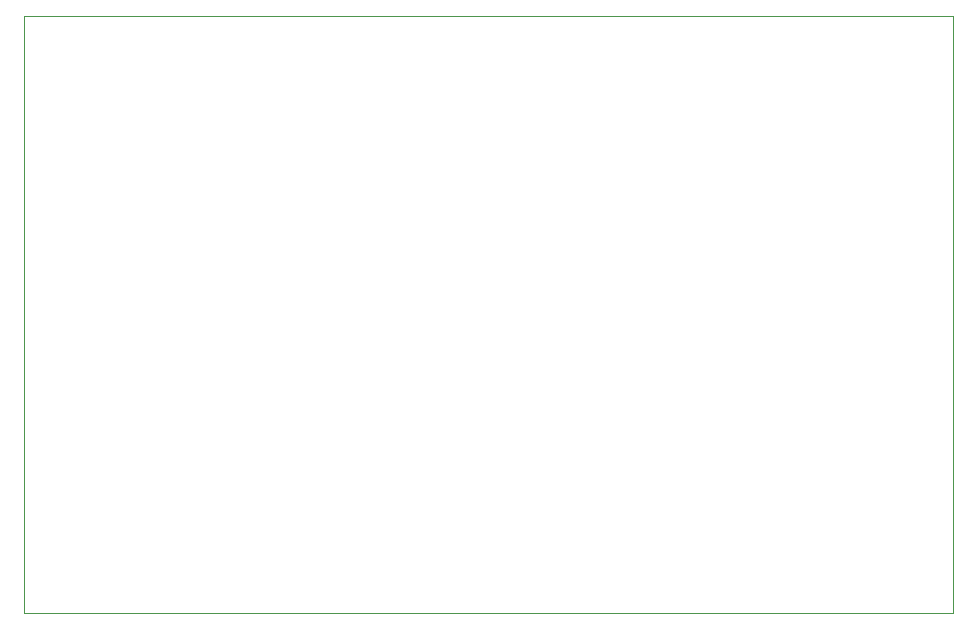
<source format=gm1>
G04 #@! TF.GenerationSoftware,KiCad,Pcbnew,7.0.11-2.fc39*
G04 #@! TF.CreationDate,2024-06-06T09:07:33+02:00*
G04 #@! TF.ProjectId,four_relays_extension,666f7572-5f72-4656-9c61-79735f657874,1.0*
G04 #@! TF.SameCoordinates,Original*
G04 #@! TF.FileFunction,Profile,NP*
%FSLAX46Y46*%
G04 Gerber Fmt 4.6, Leading zero omitted, Abs format (unit mm)*
G04 Created by KiCad (PCBNEW 7.0.11-2.fc39) date 2024-06-06 09:07:33*
%MOMM*%
%LPD*%
G01*
G04 APERTURE LIST*
G04 #@! TA.AperFunction,Profile*
%ADD10C,0.100000*%
G04 #@! TD*
G04 APERTURE END LIST*
D10*
X101955600Y-50927000D02*
X180644800Y-50927000D01*
X180644800Y-101549200D01*
X101955600Y-101549200D01*
X101955600Y-50927000D01*
M02*

</source>
